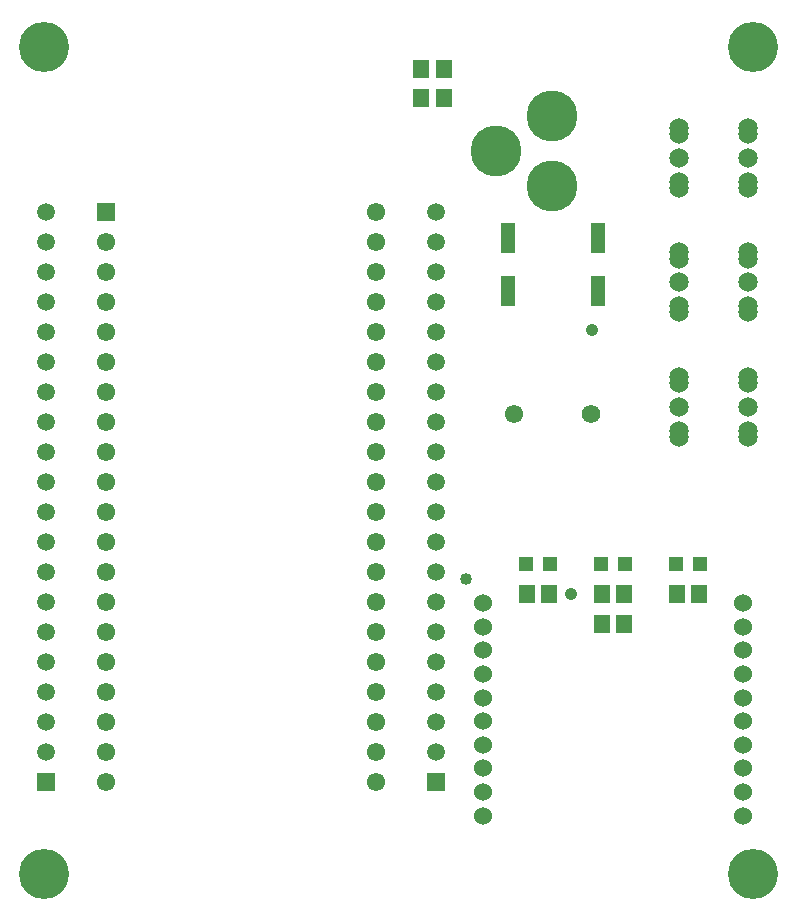
<source format=gts>
G04 DipTrace 3.2.0.1*
G04 CM904_plus.gts*
%MOIN*%
G04 #@! TF.FileFunction,Soldermask,Top*
G04 #@! TF.Part,Single*
%ADD16C,0.04*%
%ADD23R,0.05X0.1*%
%ADD24R,0.059055X0.059055*%
%ADD25C,0.059055*%
%ADD26C,0.17*%
%ADD28C,0.065199*%
%ADD30R,0.047244X0.047244*%
%ADD31C,0.06*%
%ADD40C,0.167*%
%ADD42C,0.042*%
%ADD46C,0.062*%
%ADD50R,0.053181X0.061055*%
%ADD56C,0.061055*%
%ADD58R,0.061055X0.061055*%
%FSLAX26Y26*%
G04*
G70*
G90*
G75*
G01*
G04 TopMask*
%LPD*%
D42*
X2342370Y2329390D3*
X2273386Y1448701D3*
D40*
X516496Y516811D3*
X2878701D3*
X516496Y3272717D3*
X2878701D3*
D16*
X1923386Y1498701D3*
D23*
X2063386Y2461201D3*
Y2636201D3*
X2363386D3*
Y2461201D3*
D58*
X723386Y2723701D3*
D56*
Y2623701D3*
Y2523701D3*
Y2423701D3*
Y2323701D3*
Y2223701D3*
Y2123701D3*
Y2023701D3*
Y1923701D3*
Y1823701D3*
Y1723701D3*
Y1623701D3*
Y1523701D3*
Y1423701D3*
Y1323701D3*
Y1223701D3*
Y1123701D3*
Y1023701D3*
Y923701D3*
Y823701D3*
X1623386D3*
Y923701D3*
Y1023701D3*
Y1123701D3*
Y1223701D3*
Y1323701D3*
Y1423701D3*
Y1523701D3*
Y1623701D3*
Y1723701D3*
Y1823701D3*
Y1923701D3*
Y2023701D3*
Y2123701D3*
Y2223701D3*
Y2323701D3*
Y2423701D3*
Y2523701D3*
Y2623701D3*
Y2723701D3*
D26*
X2208386Y2808701D3*
Y3044921D3*
X2023347Y2926811D3*
D24*
X523386Y823701D3*
D25*
Y923701D3*
Y1023701D3*
Y1123701D3*
Y1223701D3*
Y1323701D3*
Y1423701D3*
Y1523701D3*
Y1623701D3*
Y1723701D3*
Y1823701D3*
Y1923701D3*
Y2023701D3*
Y2123701D3*
Y2223701D3*
Y2323701D3*
Y2423701D3*
Y2523701D3*
Y2623701D3*
Y2723701D3*
D24*
X1823386Y823701D3*
D25*
Y923701D3*
Y1023701D3*
Y1123701D3*
Y1223701D3*
Y1323701D3*
Y1423701D3*
Y1523701D3*
Y1623701D3*
Y1723701D3*
Y1823701D3*
Y1923701D3*
Y2023701D3*
Y2123701D3*
Y2223701D3*
Y2323701D3*
Y2423701D3*
Y2523701D3*
Y2623701D3*
Y2723701D3*
D28*
X2633386Y3003701D3*
Y2903701D3*
Y2803701D3*
Y2982441D3*
Y2824961D3*
X2863386Y3003701D3*
Y2903701D3*
Y2803701D3*
Y2982441D3*
Y2824961D3*
Y2588701D3*
Y2488701D3*
Y2388701D3*
Y2567441D3*
Y2409961D3*
X2633386Y2588701D3*
Y2488701D3*
Y2388701D3*
Y2567441D3*
Y2409961D3*
Y2173701D3*
Y2073701D3*
Y1973701D3*
Y2152441D3*
Y1994961D3*
X2863386Y2173701D3*
Y2073701D3*
Y1973701D3*
Y2152441D3*
Y1994961D3*
D50*
X2450788Y1448701D3*
X2375984D3*
X2625984D3*
X2700788D3*
X2125984D3*
X2200788D3*
X2375984Y1348701D3*
X2450788D3*
X1773386Y3198701D3*
X1848189D3*
X1773386Y3103701D3*
X1848189D3*
D30*
X2622047Y1548701D3*
X2704725D3*
X2372047D3*
X2454725D3*
D46*
X2338386Y2048701D3*
D56*
X2082433D3*
D30*
X2204725Y1548701D3*
X2122047D3*
D31*
X2846457Y1419961D3*
Y1341221D3*
Y1262481D3*
Y1183740D3*
Y1105000D3*
Y1026260D3*
Y947520D3*
Y868780D3*
Y790040D3*
Y711299D3*
X1980315Y1419961D3*
Y1341221D3*
Y1262481D3*
Y1183740D3*
Y1105000D3*
Y1026260D3*
Y947520D3*
Y868780D3*
Y790040D3*
Y711299D3*
M02*

</source>
